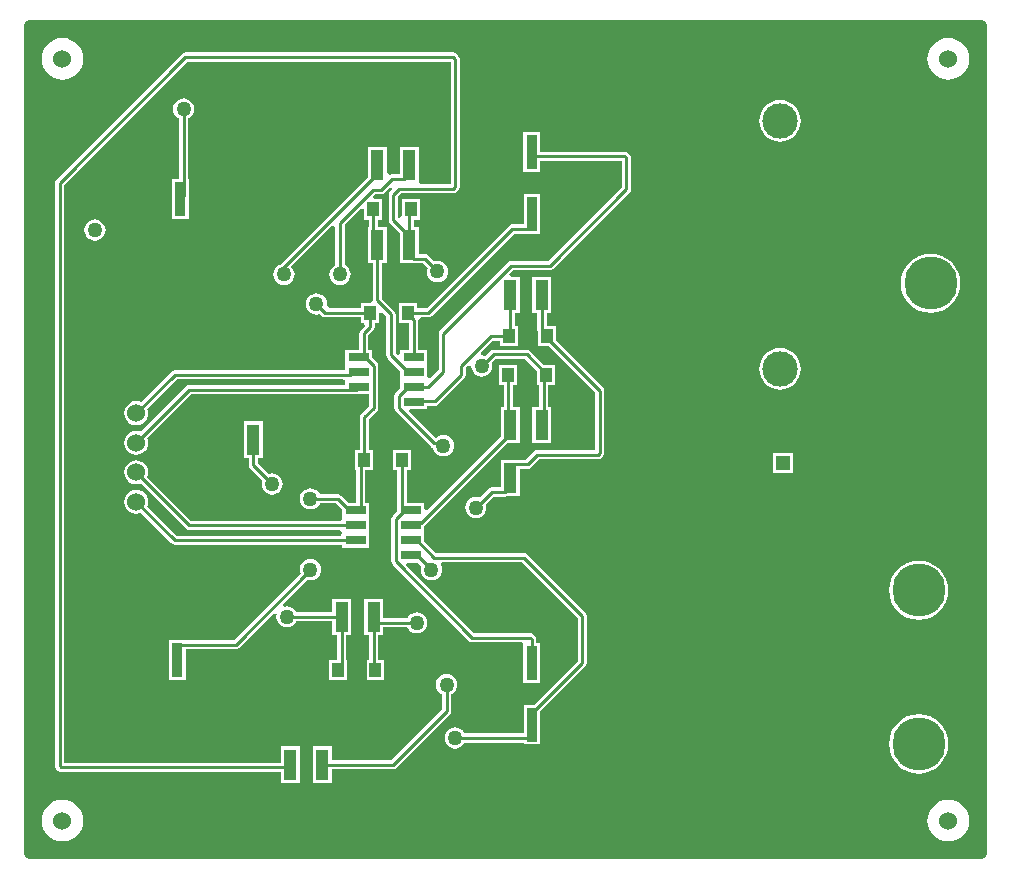
<source format=gtl>
G04*
G04 #@! TF.GenerationSoftware,Altium Limited,Altium Designer,20.0.12 (288)*
G04*
G04 Layer_Physical_Order=1*
G04 Layer_Color=255*
%FSLAX44Y44*%
%MOMM*%
G71*
G01*
G75*
%ADD11C,0.2540*%
%ADD13C,1.0000*%
%ADD14R,1.1000X2.6000*%
%ADD15R,1.0000X1.2000*%
%ADD16R,0.9000X2.8500*%
%ADD17R,1.7800X0.7200*%
%ADD28C,1.2000*%
%ADD29R,1.2000X1.2000*%
%ADD30C,4.5000*%
%ADD31C,1.5240*%
%ADD32C,3.0000*%
%ADD33C,1.2700*%
G36*
X805000Y100000D02*
X0D01*
Y800000D01*
X805000D01*
Y100000D01*
D02*
G37*
%LPC*%
G36*
X777500Y790125D02*
X774062Y789786D01*
X770755Y788783D01*
X767708Y787154D01*
X765037Y784963D01*
X762846Y782292D01*
X761217Y779245D01*
X760214Y775938D01*
X759875Y772500D01*
X760214Y769062D01*
X761217Y765755D01*
X762846Y762708D01*
X765037Y760037D01*
X767708Y757846D01*
X770755Y756217D01*
X774062Y755214D01*
X777500Y754875D01*
X780938Y755214D01*
X784245Y756217D01*
X787292Y757846D01*
X789963Y760037D01*
X792154Y762708D01*
X793783Y765755D01*
X794786Y769062D01*
X795125Y772500D01*
X794786Y775938D01*
X793783Y779245D01*
X792154Y782292D01*
X789963Y784963D01*
X787292Y787154D01*
X784245Y788783D01*
X780938Y789786D01*
X777500Y790125D01*
D02*
G37*
G36*
X27500D02*
X24062Y789786D01*
X20755Y788783D01*
X17708Y787154D01*
X15037Y784963D01*
X12845Y782292D01*
X11217Y779245D01*
X10214Y775938D01*
X9875Y772500D01*
X10214Y769062D01*
X11217Y765755D01*
X12845Y762708D01*
X15037Y760037D01*
X17708Y757846D01*
X20755Y756217D01*
X24062Y755214D01*
X27500Y754875D01*
X30938Y755214D01*
X34245Y756217D01*
X37292Y757846D01*
X39963Y760037D01*
X42154Y762708D01*
X43783Y765755D01*
X44786Y769062D01*
X45125Y772500D01*
X44786Y775938D01*
X43783Y779245D01*
X42154Y782292D01*
X39963Y784963D01*
X37292Y787154D01*
X34245Y788783D01*
X30938Y789786D01*
X27500Y790125D01*
D02*
G37*
G36*
X635000Y737625D02*
X631562Y737287D01*
X628255Y736284D01*
X625208Y734655D01*
X622537Y732463D01*
X620345Y729792D01*
X618717Y726745D01*
X617714Y723439D01*
X617375Y720000D01*
X617714Y716562D01*
X618717Y713256D01*
X620345Y710209D01*
X622537Y707538D01*
X625208Y705346D01*
X628255Y703717D01*
X631562Y702714D01*
X635000Y702375D01*
X638438Y702714D01*
X641745Y703717D01*
X644792Y705346D01*
X647463Y707538D01*
X649654Y710209D01*
X651283Y713256D01*
X652286Y716562D01*
X652625Y720000D01*
X652286Y723439D01*
X651283Y726745D01*
X649654Y729792D01*
X647463Y732463D01*
X644792Y734655D01*
X641745Y736284D01*
X638438Y737287D01*
X635000Y737625D01*
D02*
G37*
G36*
X358512Y777872D02*
X131488D01*
X130001Y777577D01*
X128741Y776735D01*
X22253Y670247D01*
X21411Y668987D01*
X21115Y667500D01*
Y173988D01*
X21411Y172501D01*
X22253Y171241D01*
X23741Y169753D01*
X25001Y168911D01*
X26488Y168615D01*
X212460D01*
Y159460D01*
X228540D01*
Y190540D01*
X212460D01*
Y176385D01*
X28885D01*
Y665891D01*
X133097Y770103D01*
X356115D01*
Y666385D01*
X331342D01*
X329040Y666960D01*
X329040Y668925D01*
Y698040D01*
X312960D01*
Y674655D01*
X306158D01*
X304672Y674359D01*
X304580Y674298D01*
X302040Y675656D01*
Y698040D01*
X285960D01*
Y672454D01*
X211805Y598299D01*
X210517Y597765D01*
X208660Y596340D01*
X207235Y594483D01*
X206339Y592321D01*
X206033Y590000D01*
X206339Y587679D01*
X207235Y585517D01*
X208660Y583660D01*
X210517Y582235D01*
X212679Y581339D01*
X215000Y581033D01*
X217321Y581339D01*
X219483Y582235D01*
X221340Y583660D01*
X222765Y585517D01*
X223661Y587679D01*
X223967Y590000D01*
X223661Y592321D01*
X222765Y594483D01*
X221340Y596340D01*
X221309Y596816D01*
X256075Y631582D01*
X258615Y630530D01*
Y598013D01*
X258017Y597766D01*
X256160Y596340D01*
X254735Y594483D01*
X253839Y592321D01*
X253533Y590000D01*
X253839Y587679D01*
X254735Y585517D01*
X256160Y583660D01*
X258017Y582235D01*
X260179Y581339D01*
X262500Y581033D01*
X264821Y581339D01*
X266983Y582235D01*
X268841Y583660D01*
X270266Y585517D01*
X271161Y587679D01*
X271467Y590000D01*
X271161Y592321D01*
X270266Y594483D01*
X268841Y596340D01*
X266983Y597766D01*
X266385Y598013D01*
Y631779D01*
X280613Y646008D01*
X282960Y645035D01*
Y636460D01*
X286616D01*
Y630540D01*
X285960D01*
Y599460D01*
X290116D01*
Y567888D01*
X287893Y566040D01*
X280460D01*
Y561385D01*
X253374D01*
X252927Y561646D01*
X251309Y563800D01*
X251467Y565000D01*
X251161Y567321D01*
X250265Y569483D01*
X248840Y571340D01*
X246983Y572765D01*
X244821Y573661D01*
X242500Y573967D01*
X240179Y573661D01*
X238017Y572765D01*
X236160Y571340D01*
X234735Y569483D01*
X233839Y567321D01*
X233533Y565000D01*
X233839Y562679D01*
X234735Y560517D01*
X236160Y558660D01*
X238017Y557235D01*
X240179Y556339D01*
X242500Y556033D01*
X244821Y556339D01*
X245419Y556587D01*
X247253Y554753D01*
X248513Y553911D01*
X250000Y553615D01*
X280460D01*
Y548960D01*
X282452D01*
X283426Y546420D01*
X279899Y542893D01*
X279057Y541633D01*
X278761Y540146D01*
Y526340D01*
X266760D01*
Y516180D01*
X266760Y514060D01*
X266760D01*
Y513640D01*
X266760D01*
Y508885D01*
X122500D01*
X121013Y508589D01*
X119753Y507747D01*
X93891Y481885D01*
X92652Y482398D01*
X90000Y482748D01*
X87348Y482398D01*
X84876Y481375D01*
X82754Y479746D01*
X81125Y477624D01*
X80101Y475152D01*
X79752Y472500D01*
X80101Y469848D01*
X81125Y467376D01*
X82754Y465254D01*
X84876Y463625D01*
X87348Y462601D01*
X90000Y462252D01*
X92652Y462601D01*
X95124Y463625D01*
X97246Y465254D01*
X98875Y467376D01*
X99899Y469848D01*
X100248Y472500D01*
X99899Y475152D01*
X99385Y476391D01*
X124109Y501115D01*
X264293D01*
X264372Y501110D01*
X266760Y500367D01*
Y496385D01*
X135000D01*
X133514Y496089D01*
X132254Y495247D01*
X93891Y456885D01*
X92652Y457398D01*
X90000Y457747D01*
X87348Y457398D01*
X84876Y456374D01*
X82754Y454746D01*
X81125Y452623D01*
X80101Y450152D01*
X79752Y447500D01*
X80101Y444847D01*
X81125Y442376D01*
X82754Y440253D01*
X84876Y438625D01*
X87348Y437601D01*
X90000Y437252D01*
X92652Y437601D01*
X95124Y438625D01*
X97246Y440253D01*
X98875Y442376D01*
X99899Y444847D01*
X100248Y447500D01*
X99899Y450152D01*
X99385Y451391D01*
X136609Y488615D01*
X275900D01*
X276124Y488660D01*
X287025D01*
Y478531D01*
X280253Y471759D01*
X279411Y470499D01*
X279115Y469012D01*
Y441040D01*
X275460D01*
Y423960D01*
X276115D01*
Y396340D01*
X269754D01*
X263347Y402747D01*
X262087Y403589D01*
X260600Y403885D01*
X245513D01*
X245265Y404483D01*
X243840Y406340D01*
X241983Y407765D01*
X239821Y408661D01*
X237500Y408967D01*
X235179Y408661D01*
X233017Y407765D01*
X231160Y406340D01*
X229735Y404483D01*
X228839Y402321D01*
X228533Y400000D01*
X228839Y397679D01*
X229735Y395517D01*
X231160Y393660D01*
X233017Y392235D01*
X235179Y391339D01*
X237500Y391033D01*
X239821Y391339D01*
X241983Y392235D01*
X243840Y393660D01*
X245265Y395517D01*
X245513Y396115D01*
X258991D01*
X264260Y390846D01*
X264260Y383181D01*
X262464Y381385D01*
X136609D01*
X99385Y418609D01*
X99899Y419848D01*
X100248Y422500D01*
X99899Y425152D01*
X98875Y427624D01*
X97246Y429746D01*
X95124Y431375D01*
X92652Y432398D01*
X90000Y432748D01*
X87348Y432398D01*
X84876Y431375D01*
X82754Y429746D01*
X81125Y427624D01*
X80101Y425152D01*
X79752Y422500D01*
X80101Y419848D01*
X81125Y417376D01*
X82754Y415254D01*
X84876Y413625D01*
X87348Y412602D01*
X90000Y412252D01*
X92652Y412602D01*
X93891Y413115D01*
X132253Y374753D01*
X133513Y373911D01*
X135000Y373615D01*
X262464D01*
X263986Y372094D01*
X264160Y371401D01*
X263011Y368885D01*
X124109D01*
X99385Y393608D01*
X99899Y394847D01*
X100248Y397500D01*
X99899Y400152D01*
X98875Y402624D01*
X97246Y404746D01*
X95124Y406375D01*
X92652Y407398D01*
X90000Y407747D01*
X87348Y407398D01*
X84876Y406375D01*
X82754Y404746D01*
X81125Y402624D01*
X80101Y400152D01*
X79752Y397500D01*
X80101Y394847D01*
X81125Y392376D01*
X82754Y390254D01*
X84876Y388625D01*
X87348Y387601D01*
X90000Y387252D01*
X92652Y387601D01*
X93891Y388115D01*
X119753Y362253D01*
X121013Y361411D01*
X122500Y361115D01*
X264260D01*
Y358660D01*
X287140D01*
Y368820D01*
X287140Y370940D01*
X287140Y373480D01*
Y381520D01*
X287140Y383640D01*
X287140Y386180D01*
Y396340D01*
X283885D01*
Y423960D01*
X290540D01*
Y441040D01*
X286885D01*
Y467403D01*
X293657Y474175D01*
X294499Y475435D01*
X294795Y476922D01*
Y512790D01*
X294499Y514277D01*
X293657Y515537D01*
X289640Y519554D01*
Y526340D01*
X286531D01*
Y538537D01*
X290747Y542753D01*
X291589Y544013D01*
X291885Y545500D01*
Y547000D01*
X291885Y547000D01*
Y548960D01*
X295540D01*
Y557536D01*
X297887Y558508D01*
X301800Y554594D01*
Y521515D01*
X302096Y520028D01*
X302938Y518768D01*
X313560Y508146D01*
X313560Y501360D01*
X313560Y498820D01*
Y494154D01*
X309543Y490137D01*
X308701Y488877D01*
X308405Y487390D01*
Y476922D01*
X308701Y475435D01*
X309543Y474175D01*
X339521Y444197D01*
X340781Y443355D01*
X341263Y443259D01*
X341339Y442679D01*
X342235Y440517D01*
X343660Y438660D01*
X345517Y437235D01*
X347679Y436339D01*
X350000Y436033D01*
X352321Y436339D01*
X354483Y437235D01*
X356340Y438660D01*
X357765Y440517D01*
X358661Y442679D01*
X358967Y445000D01*
X358661Y447321D01*
X357765Y449483D01*
X356340Y451340D01*
X354483Y452765D01*
X352321Y453661D01*
X350000Y453967D01*
X347679Y453661D01*
X345517Y452765D01*
X343660Y451340D01*
X343383Y451322D01*
X321092Y473613D01*
X322064Y475960D01*
X336440D01*
Y478615D01*
X342500D01*
X343987Y478911D01*
X345247Y479753D01*
X367747Y502253D01*
X368589Y503513D01*
X368885Y505000D01*
Y510891D01*
X371044Y513050D01*
X372285Y512776D01*
X373598Y512012D01*
X373839Y510179D01*
X374735Y508017D01*
X376160Y506160D01*
X378017Y504735D01*
X380179Y503839D01*
X382500Y503533D01*
X384821Y503839D01*
X386983Y504735D01*
X388840Y506160D01*
X390265Y508017D01*
X391161Y510179D01*
X391467Y512500D01*
X391161Y514821D01*
X390913Y515419D01*
X394109Y518615D01*
X418891D01*
X429460Y508046D01*
Y496460D01*
X431115D01*
Y478040D01*
X425460D01*
Y446960D01*
X441540D01*
Y478040D01*
X438885D01*
Y496460D01*
X444540D01*
Y513540D01*
X434954D01*
X423247Y525247D01*
X421987Y526089D01*
X420500Y526385D01*
X392500D01*
X391013Y526089D01*
X389753Y525247D01*
X385419Y520913D01*
X384821Y521161D01*
X382988Y521402D01*
X382224Y522715D01*
X381950Y523956D01*
X391609Y533615D01*
X397960D01*
Y528960D01*
X413040D01*
Y546040D01*
X410385D01*
Y556960D01*
X414540D01*
Y588040D01*
X406964D01*
X405992Y590387D01*
X409221Y593615D01*
X440000D01*
X441487Y593911D01*
X442747Y594753D01*
X507747Y659753D01*
X508589Y661013D01*
X508885Y662500D01*
Y688512D01*
X508589Y689999D01*
X507747Y691259D01*
X506259Y692747D01*
X504999Y693589D01*
X503512Y693885D01*
X431915D01*
Y710415D01*
X417835D01*
Y676835D01*
X431915D01*
Y686115D01*
X501115D01*
Y664109D01*
X438391Y601385D01*
X407612D01*
X406126Y601089D01*
X404865Y600247D01*
X347253Y542635D01*
X346411Y541375D01*
X346115Y539888D01*
Y509109D01*
X338980Y501974D01*
X336440Y503026D01*
X336440Y511520D01*
X336440Y513640D01*
X336440D01*
Y514060D01*
X336440D01*
Y526340D01*
X328885D01*
Y551500D01*
X330991Y553615D01*
X337365D01*
X338852Y553911D01*
X340112Y554753D01*
X409869Y624510D01*
X421895D01*
X422270Y624585D01*
X432165D01*
Y658165D01*
X418085D01*
Y632279D01*
X408260D01*
X406773Y631984D01*
X405513Y631142D01*
X335756Y561385D01*
X327540D01*
Y566040D01*
X312460D01*
Y548960D01*
X321115D01*
Y526340D01*
X313560D01*
Y522663D01*
X311329Y521708D01*
X309570Y523156D01*
Y556203D01*
X309274Y557690D01*
X308432Y558950D01*
X297885Y569497D01*
Y599460D01*
X302040D01*
Y630540D01*
X294385D01*
Y636460D01*
X298040D01*
Y653540D01*
X291464D01*
X290492Y655886D01*
X292395Y657789D01*
X297062D01*
X298549Y658085D01*
X299809Y658927D01*
X305846Y664964D01*
X305873Y664959D01*
X306709Y662203D01*
X304753Y660247D01*
X303911Y658987D01*
X303615Y657500D01*
Y636000D01*
X303911Y634514D01*
X304753Y633253D01*
X312960Y625046D01*
Y599460D01*
X324855D01*
X325230Y599385D01*
X332621D01*
X336587Y595420D01*
X336339Y594821D01*
X336033Y592500D01*
X336339Y590179D01*
X337235Y588017D01*
X338660Y586160D01*
X340517Y584735D01*
X342679Y583839D01*
X345000Y583533D01*
X347321Y583839D01*
X349483Y584735D01*
X351340Y586160D01*
X352765Y588017D01*
X353661Y590179D01*
X353967Y592500D01*
X353661Y594821D01*
X352765Y596983D01*
X351340Y598840D01*
X349483Y600265D01*
X347321Y601161D01*
X345000Y601467D01*
X342679Y601161D01*
X342080Y600913D01*
X336977Y606017D01*
X335717Y606859D01*
X334230Y607155D01*
X329040D01*
Y630540D01*
X324885D01*
Y636460D01*
X330040D01*
Y653540D01*
X314960D01*
Y639355D01*
X312420Y638083D01*
X311385Y638857D01*
Y655891D01*
X314109Y658615D01*
X358512D01*
X359999Y658911D01*
X361259Y659753D01*
X362747Y661241D01*
X363589Y662501D01*
X363885Y663988D01*
Y772500D01*
X363589Y773987D01*
X362747Y775247D01*
X361259Y776735D01*
X359999Y777577D01*
X358512Y777872D01*
D02*
G37*
G36*
X130000Y738967D02*
X127679Y738661D01*
X125517Y737765D01*
X123660Y736340D01*
X122235Y734483D01*
X121339Y732321D01*
X121033Y730000D01*
X121339Y727679D01*
X122235Y725517D01*
X123660Y723660D01*
X125517Y722235D01*
X126115Y721987D01*
Y670415D01*
X120335D01*
Y636835D01*
X134415D01*
Y670415D01*
X133885D01*
Y721987D01*
X134483Y722235D01*
X136340Y723660D01*
X137765Y725517D01*
X138661Y727679D01*
X138967Y730000D01*
X138661Y732321D01*
X137765Y734483D01*
X136340Y736340D01*
X134483Y737765D01*
X132321Y738661D01*
X130000Y738967D01*
D02*
G37*
G36*
X55000Y636467D02*
X52679Y636161D01*
X50517Y635266D01*
X48660Y633840D01*
X47235Y631983D01*
X46339Y629821D01*
X46033Y627500D01*
X46339Y625179D01*
X47235Y623017D01*
X48660Y621160D01*
X50517Y619735D01*
X52679Y618839D01*
X55000Y618533D01*
X57321Y618839D01*
X59483Y619735D01*
X61340Y621160D01*
X62765Y623017D01*
X63661Y625179D01*
X63967Y627500D01*
X63661Y629821D01*
X62765Y631983D01*
X61340Y633840D01*
X59483Y635266D01*
X57321Y636161D01*
X55000Y636467D01*
D02*
G37*
G36*
X762500Y607661D02*
X757591Y607178D01*
X752871Y605746D01*
X748521Y603421D01*
X744708Y600292D01*
X741579Y596479D01*
X739254Y592129D01*
X737822Y587409D01*
X737339Y582500D01*
X737822Y577591D01*
X739254Y572871D01*
X741579Y568521D01*
X744708Y564708D01*
X748521Y561579D01*
X752871Y559254D01*
X757591Y557822D01*
X762500Y557339D01*
X767409Y557822D01*
X772129Y559254D01*
X776479Y561579D01*
X780292Y564708D01*
X783421Y568521D01*
X785746Y572871D01*
X787178Y577591D01*
X787661Y582500D01*
X787178Y587409D01*
X785746Y592129D01*
X783421Y596479D01*
X780292Y600292D01*
X776479Y603421D01*
X772129Y605746D01*
X767409Y607178D01*
X762500Y607661D01*
D02*
G37*
G36*
X635000Y527625D02*
X631562Y527286D01*
X628255Y526283D01*
X625208Y524655D01*
X622537Y522463D01*
X620345Y519792D01*
X618717Y516745D01*
X617714Y513439D01*
X617375Y510000D01*
X617714Y506562D01*
X618717Y503256D01*
X620345Y500208D01*
X622537Y497538D01*
X625208Y495346D01*
X628255Y493717D01*
X631562Y492714D01*
X635000Y492375D01*
X638438Y492714D01*
X641745Y493717D01*
X644792Y495346D01*
X647463Y497538D01*
X649654Y500208D01*
X651283Y503256D01*
X652286Y506562D01*
X652625Y510000D01*
X652286Y513439D01*
X651283Y516745D01*
X649654Y519792D01*
X647463Y522463D01*
X644792Y524655D01*
X641745Y526283D01*
X638438Y527286D01*
X635000Y527625D01*
D02*
G37*
G36*
X646040Y439040D02*
X628960D01*
Y421960D01*
X646040D01*
Y439040D01*
D02*
G37*
G36*
X197040Y465541D02*
X180960D01*
Y434461D01*
X185116D01*
Y428500D01*
X185411Y427013D01*
X186253Y425753D01*
X196587Y415419D01*
X196339Y414821D01*
X196033Y412500D01*
X196339Y410179D01*
X197235Y408017D01*
X198660Y406160D01*
X200517Y404735D01*
X202679Y403839D01*
X205000Y403533D01*
X207321Y403839D01*
X209483Y404735D01*
X211340Y406160D01*
X212765Y408017D01*
X213661Y410179D01*
X213967Y412500D01*
X213661Y414821D01*
X212765Y416983D01*
X211340Y418840D01*
X209483Y420265D01*
X207321Y421161D01*
X205000Y421467D01*
X202679Y421161D01*
X202080Y420913D01*
X192885Y430109D01*
Y434461D01*
X197040D01*
Y465541D01*
D02*
G37*
G36*
X441540Y588040D02*
X425460D01*
Y556960D01*
X429616D01*
Y542500D01*
X429911Y541013D01*
X429960Y540940D01*
Y528960D01*
X439546D01*
X478615Y489891D01*
Y441385D01*
X429612D01*
X428125Y441089D01*
X426865Y440247D01*
X419732Y433114D01*
X410730D01*
X410355Y433040D01*
X398460D01*
Y409654D01*
X390770D01*
X389283Y409359D01*
X388023Y408517D01*
X380420Y400913D01*
X379821Y401161D01*
X377500Y401467D01*
X375179Y401161D01*
X373017Y400265D01*
X371160Y398840D01*
X369735Y396983D01*
X368839Y394821D01*
X368533Y392500D01*
X368839Y390179D01*
X369735Y388017D01*
X371160Y386160D01*
X373017Y384735D01*
X375179Y383839D01*
X377500Y383533D01*
X379821Y383839D01*
X381983Y384735D01*
X383840Y386160D01*
X385265Y388017D01*
X386161Y390179D01*
X386467Y392500D01*
X386161Y394821D01*
X385913Y395420D01*
X392379Y401885D01*
X402270D01*
X402645Y401960D01*
X414540D01*
Y425345D01*
X421341D01*
X422828Y425641D01*
X424088Y426483D01*
X431221Y433615D01*
X481012D01*
X482499Y433911D01*
X483759Y434753D01*
X485247Y436241D01*
X486089Y437501D01*
X486385Y438988D01*
Y491500D01*
X486089Y492987D01*
X485247Y494247D01*
X445040Y534454D01*
Y546040D01*
X437385D01*
Y556960D01*
X441540D01*
Y588040D01*
D02*
G37*
G36*
X412540Y513540D02*
X397460D01*
Y496460D01*
X401115D01*
Y478040D01*
X398460D01*
Y452454D01*
X336287Y390281D01*
X333940Y391253D01*
Y396340D01*
X318885D01*
Y423960D01*
X322540D01*
Y441040D01*
X307460D01*
Y423960D01*
X311115D01*
Y396340D01*
X311060D01*
Y389554D01*
X307043Y385537D01*
X306201Y384277D01*
X305905Y382790D01*
Y346922D01*
X306201Y345435D01*
X307043Y344175D01*
X371465Y279753D01*
X372725Y278911D01*
X374212Y278615D01*
X415585D01*
X417835Y277915D01*
Y244335D01*
X431915D01*
Y277915D01*
X428760D01*
Y281012D01*
X428464Y282499D01*
X427622Y283759D01*
X426134Y285247D01*
X424874Y286089D01*
X423387Y286385D01*
X375821D01*
X318592Y343613D01*
X319564Y345960D01*
X328446D01*
X331444Y342962D01*
X331179Y342321D01*
X330873Y340000D01*
X331179Y337679D01*
X332075Y335517D01*
X333500Y333660D01*
X335357Y332235D01*
X337519Y331339D01*
X339840Y331033D01*
X342161Y331339D01*
X344323Y332235D01*
X346180Y333660D01*
X347605Y335517D01*
X348501Y337679D01*
X348807Y340000D01*
X348501Y342321D01*
X347915Y343735D01*
X349132Y346275D01*
X416743D01*
X463615Y299403D01*
Y262609D01*
X426671Y225665D01*
X418085D01*
Y201385D01*
X368013D01*
X367765Y201983D01*
X366340Y203840D01*
X364483Y205265D01*
X362321Y206161D01*
X360000Y206467D01*
X357679Y206161D01*
X355517Y205265D01*
X353660Y203840D01*
X352235Y201983D01*
X351339Y199821D01*
X351033Y197500D01*
X351339Y195179D01*
X352235Y193017D01*
X353660Y191160D01*
X355517Y189735D01*
X357679Y188839D01*
X360000Y188533D01*
X362321Y188839D01*
X364483Y189735D01*
X366340Y191160D01*
X367765Y193017D01*
X368013Y193615D01*
X418085D01*
Y192085D01*
X432165D01*
Y220171D01*
X470247Y258253D01*
X471089Y259513D01*
X471385Y261000D01*
Y301012D01*
X471089Y302499D01*
X470247Y303759D01*
X421099Y352907D01*
X419839Y353749D01*
X418352Y354045D01*
X344049D01*
X333940Y364154D01*
Y370940D01*
X333940D01*
Y371360D01*
X333940D01*
Y376992D01*
X334076Y377083D01*
X403954Y446960D01*
X414540D01*
Y478040D01*
X408885D01*
Y496460D01*
X412540D01*
Y513540D01*
D02*
G37*
G36*
X237500Y348967D02*
X235179Y348661D01*
X233017Y347765D01*
X231160Y346340D01*
X229735Y344483D01*
X228839Y342321D01*
X228533Y340000D01*
X228839Y337679D01*
X229087Y337081D01*
X172496Y280490D01*
X128105D01*
X127730Y280415D01*
X117835D01*
Y246835D01*
X131915D01*
Y272720D01*
X174105D01*
X175592Y273016D01*
X176852Y273858D01*
X206638Y303644D01*
X208702Y302403D01*
X208829Y302243D01*
X208533Y300000D01*
X208839Y297679D01*
X209735Y295517D01*
X211160Y293660D01*
X213017Y292235D01*
X215179Y291339D01*
X217500Y291033D01*
X219821Y291339D01*
X221983Y292235D01*
X223840Y293660D01*
X225265Y295517D01*
X225513Y296115D01*
X255960D01*
Y284460D01*
X260115D01*
Y263540D01*
X252960D01*
Y246460D01*
X268040D01*
Y263540D01*
X267885D01*
Y284460D01*
X272040D01*
Y315540D01*
X255960D01*
Y303885D01*
X225513D01*
X225265Y304483D01*
X223840Y306340D01*
X221983Y307765D01*
X219821Y308661D01*
X217500Y308967D01*
X215257Y308671D01*
X215097Y308798D01*
X213856Y310862D01*
X234581Y331587D01*
X235179Y331339D01*
X237500Y331033D01*
X239821Y331339D01*
X241983Y332235D01*
X243840Y333660D01*
X245265Y335517D01*
X246161Y337679D01*
X246467Y340000D01*
X246161Y342321D01*
X245265Y344483D01*
X243840Y346340D01*
X241983Y347765D01*
X239821Y348661D01*
X237500Y348967D01*
D02*
G37*
G36*
X752500Y347661D02*
X747591Y347178D01*
X742871Y345746D01*
X738521Y343421D01*
X734708Y340292D01*
X731579Y336479D01*
X729254Y332129D01*
X727822Y327409D01*
X727339Y322500D01*
X727822Y317591D01*
X729254Y312871D01*
X731579Y308521D01*
X734708Y304708D01*
X738521Y301579D01*
X742871Y299254D01*
X747591Y297822D01*
X752500Y297339D01*
X757409Y297822D01*
X762129Y299254D01*
X766479Y301579D01*
X770292Y304708D01*
X773421Y308521D01*
X775746Y312871D01*
X777178Y317591D01*
X777661Y322500D01*
X777178Y327409D01*
X775746Y332129D01*
X773421Y336479D01*
X770292Y340292D01*
X766479Y343421D01*
X762129Y345746D01*
X757409Y347178D01*
X752500Y347661D01*
D02*
G37*
G36*
X299040Y315540D02*
X282960D01*
Y284460D01*
X287115D01*
Y263540D01*
X284960D01*
Y246460D01*
X300040D01*
Y263540D01*
X294885D01*
Y284460D01*
X299040D01*
Y291115D01*
X319487D01*
X319735Y290517D01*
X321160Y288660D01*
X323017Y287235D01*
X325179Y286339D01*
X327500Y286033D01*
X329821Y286339D01*
X331983Y287235D01*
X333840Y288660D01*
X335265Y290517D01*
X336161Y292679D01*
X336467Y295000D01*
X336161Y297321D01*
X335265Y299483D01*
X333840Y301340D01*
X331983Y302765D01*
X329821Y303661D01*
X327500Y303967D01*
X325179Y303661D01*
X323017Y302765D01*
X321160Y301340D01*
X319735Y299483D01*
X319487Y298885D01*
X299040D01*
Y315540D01*
D02*
G37*
G36*
X352660Y251627D02*
X350339Y251321D01*
X348177Y250425D01*
X346320Y249000D01*
X344895Y247143D01*
X343999Y244981D01*
X343693Y242660D01*
X343999Y240339D01*
X344895Y238177D01*
X346320Y236320D01*
X348177Y234895D01*
X348775Y234647D01*
Y221769D01*
X305891Y178885D01*
X255540D01*
Y190540D01*
X239460D01*
Y159460D01*
X255540D01*
Y171115D01*
X307500D01*
X308987Y171411D01*
X310247Y172253D01*
X355407Y217413D01*
X356249Y218673D01*
X356545Y220160D01*
Y234647D01*
X357143Y234895D01*
X359000Y236320D01*
X360425Y238177D01*
X361321Y240339D01*
X361627Y242660D01*
X361321Y244981D01*
X360425Y247143D01*
X359000Y249000D01*
X357143Y250425D01*
X354981Y251321D01*
X352660Y251627D01*
D02*
G37*
G36*
X752500Y217661D02*
X747591Y217178D01*
X742871Y215746D01*
X738521Y213421D01*
X734708Y210292D01*
X731579Y206479D01*
X729254Y202129D01*
X727822Y197409D01*
X727339Y192500D01*
X727822Y187591D01*
X729254Y182871D01*
X731579Y178521D01*
X734708Y174708D01*
X738521Y171579D01*
X742871Y169254D01*
X747591Y167822D01*
X752500Y167339D01*
X757409Y167822D01*
X762129Y169254D01*
X766479Y171579D01*
X770292Y174708D01*
X773421Y178521D01*
X775746Y182871D01*
X777178Y187591D01*
X777661Y192500D01*
X777178Y197409D01*
X775746Y202129D01*
X773421Y206479D01*
X770292Y210292D01*
X766479Y213421D01*
X762129Y215746D01*
X757409Y217178D01*
X752500Y217661D01*
D02*
G37*
G36*
X777500Y145125D02*
X774062Y144786D01*
X770755Y143783D01*
X767708Y142155D01*
X765037Y139963D01*
X762846Y137292D01*
X761217Y134245D01*
X760214Y130938D01*
X759875Y127500D01*
X760214Y124062D01*
X761217Y120755D01*
X762846Y117708D01*
X765037Y115037D01*
X767708Y112845D01*
X770755Y111217D01*
X774062Y110214D01*
X777500Y109875D01*
X780938Y110214D01*
X784245Y111217D01*
X787292Y112845D01*
X789963Y115037D01*
X792154Y117708D01*
X793783Y120755D01*
X794786Y124062D01*
X795125Y127500D01*
X794786Y130938D01*
X793783Y134245D01*
X792154Y137292D01*
X789963Y139963D01*
X787292Y142155D01*
X784245Y143783D01*
X780938Y144786D01*
X777500Y145125D01*
D02*
G37*
G36*
X27500D02*
X24062Y144786D01*
X20755Y143783D01*
X17708Y142155D01*
X15037Y139963D01*
X12845Y137292D01*
X11217Y134245D01*
X10214Y130938D01*
X9875Y127500D01*
X10214Y124062D01*
X11217Y120755D01*
X12845Y117708D01*
X15037Y115037D01*
X17708Y112845D01*
X20755Y111217D01*
X24062Y110214D01*
X27500Y109875D01*
X30938Y110214D01*
X34245Y111217D01*
X37292Y112845D01*
X39963Y115037D01*
X42154Y117708D01*
X43783Y120755D01*
X44786Y124062D01*
X45125Y127500D01*
X44786Y130938D01*
X43783Y134245D01*
X42154Y137292D01*
X39963Y139963D01*
X37292Y142155D01*
X34245Y143783D01*
X30938Y144786D01*
X27500Y145125D01*
D02*
G37*
%LPD*%
D11*
X408260Y628395D02*
X421895D01*
X350000Y539888D02*
X407612Y597500D01*
X337365Y557500D02*
X408260Y628395D01*
X407612Y597500D02*
X440000D01*
X421895Y628395D02*
X425125Y631625D01*
X350000Y507500D02*
Y539888D01*
X25000Y667500D02*
X131488Y773988D01*
X358512D01*
X360000Y663988D02*
Y772500D01*
X358512Y773988D02*
X360000Y772500D01*
X358512Y662500D02*
X360000Y663988D01*
X334230Y603270D02*
X345000Y592500D01*
X325230Y603270D02*
X334230D01*
X428105Y690000D02*
X503512D01*
X424875Y693230D02*
X428105Y690000D01*
X189000Y428500D02*
Y450001D01*
Y428500D02*
X205000Y412500D01*
X374212Y282500D02*
X423387D01*
X309790Y346922D02*
X374212Y282500D01*
X424875Y261125D02*
Y281012D01*
X423387Y282500D02*
X424875Y281012D01*
X338818Y341022D02*
Y341082D01*
X327800Y352100D02*
X338818Y341082D01*
Y341022D02*
X339840Y340000D01*
X319700Y494800D02*
X325000D01*
X312290Y487390D02*
X319700Y494800D01*
X312290Y476922D02*
Y487390D01*
Y476922D02*
X342268Y446944D01*
X348056D01*
X350000Y445000D01*
X342500Y482500D02*
X365000Y505000D01*
Y512500D02*
X390000Y537500D01*
X365000Y505000D02*
Y512500D01*
X337300Y494800D02*
X350000Y507500D01*
X325000Y482100D02*
X325400Y482500D01*
X342500D01*
X390000Y537500D02*
X405500D01*
X420500Y522500D02*
X437000Y506000D01*
X382500Y512500D02*
X392500Y522500D01*
X420500D01*
X325000Y494800D02*
X337300D01*
X503512Y690000D02*
X505000Y688512D01*
Y662500D02*
Y688512D01*
X440000Y597500D02*
X505000Y662500D01*
X424875Y693230D02*
Y693625D01*
X406500Y538500D02*
Y572500D01*
X405500Y537500D02*
X406500Y538500D01*
X321001Y622500D02*
Y643500D01*
X25000Y173988D02*
Y667500D01*
X218000Y172500D02*
X220500Y175000D01*
X26488Y172500D02*
X218000D01*
X25000Y173988D02*
X26488Y172500D01*
X312500Y662500D02*
X358512D01*
X307500Y657500D02*
X312500Y662500D01*
X321001Y615000D02*
Y622500D01*
X307500Y636000D02*
X321001Y622500D01*
X307500Y636000D02*
Y657500D01*
X290500Y607500D02*
Y645000D01*
X305685Y521515D02*
Y556203D01*
X294000Y567888D02*
X305685Y556203D01*
X294000Y567888D02*
Y615000D01*
X305685Y521515D02*
X319700Y507500D01*
X325000D01*
X321001Y607500D02*
Y615000D01*
Y607500D02*
X325230Y603270D01*
X321001Y643500D02*
X322500Y645000D01*
X262500Y590000D02*
Y633388D01*
X250000Y557500D02*
X288000D01*
X242500Y565000D02*
X250000Y557500D01*
X352660Y220160D02*
Y242660D01*
X307500Y175000D02*
X352660Y220160D01*
X247500Y175000D02*
X307500D01*
X425125Y200730D02*
Y208875D01*
X421895Y197500D02*
X425125Y200730D01*
X360000Y197500D02*
X421895D01*
X418352Y350160D02*
X467500Y301012D01*
X322500Y364800D02*
X327800D01*
X342440Y350160D02*
X418352D01*
X467500Y261000D02*
Y301012D01*
X327800Y364800D02*
X342440Y350160D01*
X425125Y208875D02*
Y218625D01*
X467500Y261000D01*
X278200Y520200D02*
X283500D01*
X282646Y521054D02*
Y540146D01*
X288000Y545500D01*
X277670Y390200D02*
X280000Y392530D01*
Y429500D02*
X283000Y432500D01*
X280000Y392530D02*
Y429500D01*
X270400Y390200D02*
X277670D01*
X290500Y607500D02*
X293000Y605000D01*
X320000Y556500D02*
X325000Y551500D01*
Y520200D02*
Y551500D01*
X320000Y557500D02*
X337365D01*
X317200Y390200D02*
X317330D01*
X315000Y392530D02*
Y432500D01*
Y392530D02*
X317330Y390200D01*
X322500D01*
X425125Y631625D02*
Y641375D01*
X324830Y379830D02*
X331329D01*
X322500Y377500D02*
X324830Y379830D01*
X331329D02*
X406500Y455000D01*
X217500Y300000D02*
X264000D01*
X217500Y300000D02*
X217500Y300000D01*
X174105Y276605D02*
X237500Y340000D01*
X128105Y276605D02*
X174105D01*
X320000Y556500D02*
Y557500D01*
X135000Y377500D02*
X275700D01*
X90000Y422500D02*
X135000Y377500D01*
X122500Y365000D02*
X275500D01*
X90000Y397500D02*
X122500Y365000D01*
X283500Y520200D02*
X290910Y512790D01*
Y476922D02*
Y512790D01*
X283000Y469012D02*
X290910Y476922D01*
X283000Y432500D02*
Y469012D01*
X260600Y400000D02*
X270400Y390200D01*
X237500Y400000D02*
X260600D01*
X124875Y263625D02*
Y273375D01*
X128105Y276605D01*
X264000Y258500D02*
Y300000D01*
X260500Y255000D02*
X264000Y258500D01*
X291000Y299230D02*
Y300000D01*
Y256500D02*
Y299230D01*
Y256500D02*
X292500Y255000D01*
X291000Y299230D02*
X295230Y295000D01*
X327500D01*
X322500Y352100D02*
X327800D01*
X309790Y382790D02*
X317200Y390200D01*
X309790Y346922D02*
Y382790D01*
X429612Y437500D02*
X481012D01*
X437500Y536500D02*
Y537500D01*
Y536500D02*
X482500Y491500D01*
Y438988D02*
Y491500D01*
X481012Y437500D02*
X482500Y438988D01*
X406500Y417500D02*
Y425000D01*
X410730Y429230D01*
X421341D01*
X429612Y437500D01*
X406500Y410000D02*
Y417500D01*
X402270Y405770D02*
X406500Y410000D01*
X390770Y405770D02*
X402270D01*
X377500Y392500D02*
X390770Y405770D01*
X406500Y455000D02*
Y462500D01*
X437000Y505000D02*
Y506000D01*
X288000Y545500D02*
Y547000D01*
X288000D02*
Y557500D01*
X127375Y653625D02*
X130000Y656250D01*
Y730000D01*
X214302Y595302D02*
X294000Y675000D01*
X214302Y590698D02*
X215000Y590000D01*
X214302Y590698D02*
Y595302D01*
X294000Y675000D02*
Y682500D01*
X321000Y675000D02*
Y682500D01*
X316770Y670770D02*
X321000Y675000D01*
X306158Y670770D02*
X316770D01*
X297062Y661674D02*
X306158Y670770D01*
X290786Y661674D02*
X297062D01*
X262500Y633388D02*
X290786Y661674D01*
X433500Y542500D02*
Y572500D01*
Y542500D02*
X437500Y538500D01*
Y537500D02*
Y538500D01*
X433500Y462500D02*
X435000Y464000D01*
Y503000D02*
X437000Y505000D01*
X435000Y464000D02*
Y503000D01*
X405000Y464000D02*
Y505000D01*
Y464000D02*
X406500Y462500D01*
X275500Y365000D02*
X275700Y364800D01*
X275900Y492500D02*
X278200Y494800D01*
X90000Y447500D02*
X135000Y492500D01*
X275900D01*
X90000Y472500D02*
X122500Y505000D01*
X270570Y505170D02*
X272900Y507500D01*
X269252Y505170D02*
X270570D01*
X269082Y505000D02*
X269252Y505170D01*
X122500Y505000D02*
X269082D01*
X272900Y507500D02*
X278200D01*
D13*
X0Y100000D02*
X805000D01*
X0Y800000D02*
X0Y100000D01*
X805000Y800000D02*
X805000Y100000D01*
X0Y800000D02*
X805000D01*
D14*
X216000Y450001D02*
D03*
X189000D02*
D03*
X406500Y417500D02*
D03*
X433500D02*
D03*
X406500Y572500D02*
D03*
X433500D02*
D03*
X294000Y615000D02*
D03*
X321001D02*
D03*
X264000Y300000D02*
D03*
X291000D02*
D03*
X321000Y682500D02*
D03*
X294000D02*
D03*
X433500Y462500D02*
D03*
X406500D02*
D03*
X247500Y175000D02*
D03*
X220500D02*
D03*
D15*
X437500Y537500D02*
D03*
X405500D02*
D03*
X322500Y645000D02*
D03*
X290500D02*
D03*
X292500Y255000D02*
D03*
X260500D02*
D03*
X320000Y557500D02*
D03*
X288000D02*
D03*
X405000Y505000D02*
D03*
X437000D02*
D03*
X315000Y432500D02*
D03*
X283000D02*
D03*
D16*
X424875Y261125D02*
D03*
X425125Y208875D02*
D03*
X425125Y641375D02*
D03*
X424875Y693625D02*
D03*
X127625Y601375D02*
D03*
X127375Y653625D02*
D03*
X125125Y211375D02*
D03*
X124875Y263625D02*
D03*
D17*
X278200Y520200D02*
D03*
Y507500D02*
D03*
Y494800D02*
D03*
Y482100D02*
D03*
X325000Y520200D02*
D03*
Y507500D02*
D03*
Y494800D02*
D03*
Y482100D02*
D03*
X275700Y390200D02*
D03*
Y377500D02*
D03*
Y364800D02*
D03*
Y352100D02*
D03*
X322500Y390200D02*
D03*
Y377500D02*
D03*
Y364800D02*
D03*
Y352100D02*
D03*
D28*
X637500Y374500D02*
D03*
D29*
Y430500D02*
D03*
D30*
X762500Y712500D02*
D03*
Y582500D02*
D03*
X752500Y322500D02*
D03*
Y192500D02*
D03*
D31*
X27500Y772500D02*
D03*
X90000Y372500D02*
D03*
Y397500D02*
D03*
Y422500D02*
D03*
Y447500D02*
D03*
Y472500D02*
D03*
X27500Y127500D02*
D03*
X777500D02*
D03*
Y772500D02*
D03*
D32*
X635000Y510000D02*
D03*
Y720000D02*
D03*
D33*
X345000Y592500D02*
D03*
X55000Y627500D02*
D03*
X205000Y412500D02*
D03*
X339840Y340000D02*
D03*
X382500Y512500D02*
D03*
X262500Y590000D02*
D03*
X242500Y565000D02*
D03*
X352660Y242660D02*
D03*
X360000Y197500D02*
D03*
X350000Y445000D02*
D03*
X217500Y300000D02*
D03*
X237500Y400000D02*
D03*
Y340000D02*
D03*
X327500Y295000D02*
D03*
X377500Y392500D02*
D03*
X130000Y730000D02*
D03*
X215000Y590000D02*
D03*
M02*

</source>
